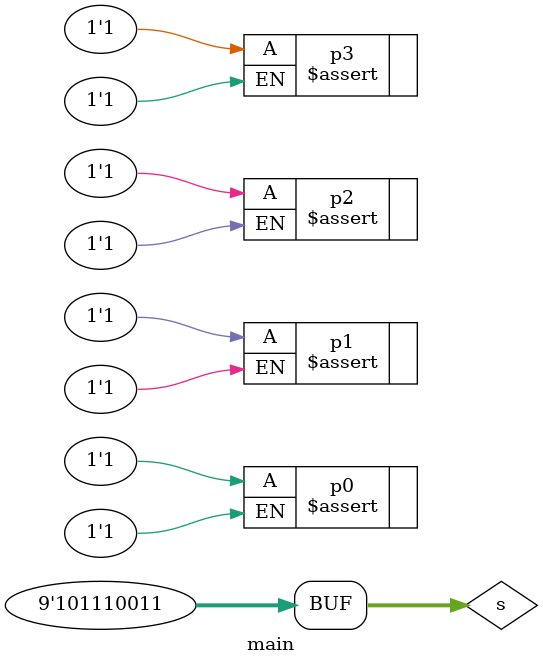
<source format=sv>
module main;

  // The first field is the most-significant bit.
  struct packed {
    bit field1, field2;
    bit [6:0] field3;
  } s;

  // bit-vectors can be converted without cast to packed structs
  initial s = 'b1_0_1110011;

  // Expected to pass.
  p0: assert property ($bits(s) == 9);
  p1: assert property (s.field1 == 1);
  p2: assert property (s.field2 == 0);
  p3: assert property (s.field3 == 'b1110011);

endmodule

</source>
